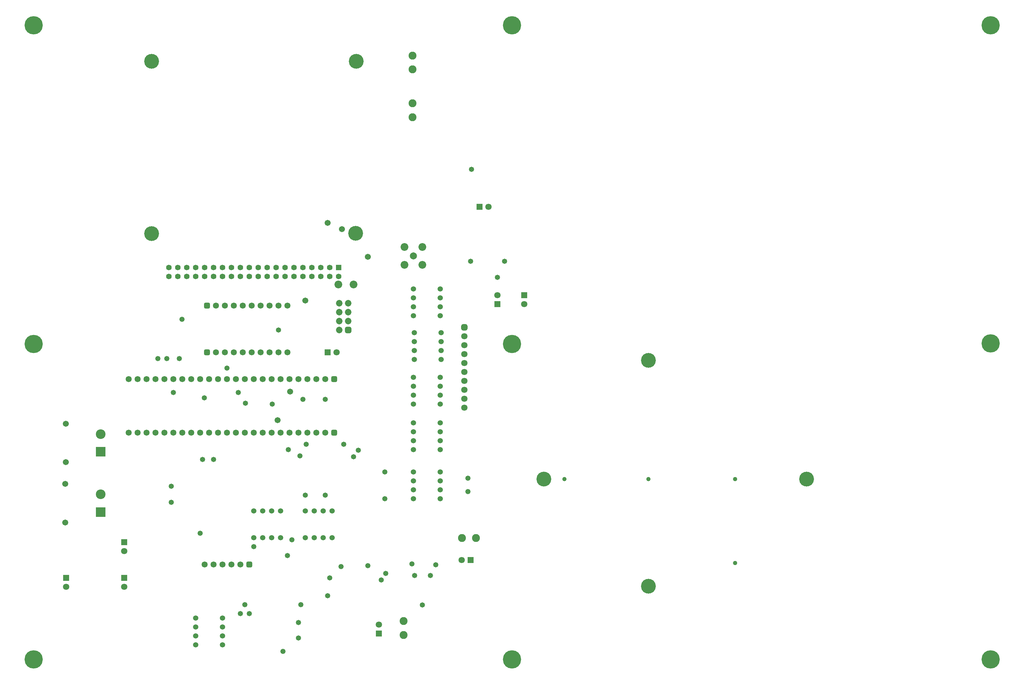
<source format=gbs>
%FSTAX23Y23*%
%MOIN*%
%SFA1B1*%

%IPPOS*%
%AMD52*
4,1,8,-0.036500,0.016200,-0.036500,-0.016200,-0.016200,-0.036500,0.016200,-0.036500,0.036500,-0.016200,0.036500,0.016200,0.016200,0.036500,-0.016200,0.036500,-0.036500,0.016200,0.0*
1,1,0.040480,-0.016200,0.016200*
1,1,0.040480,-0.016200,-0.016200*
1,1,0.040480,0.016200,-0.016200*
1,1,0.040480,0.016200,0.016200*
%
%AMD56*
4,1,8,0.035500,-0.015700,0.035500,0.015700,0.015700,0.035500,-0.015700,0.035500,-0.035500,0.015700,-0.035500,-0.015700,-0.015700,-0.035500,0.015700,-0.035500,0.035500,-0.015700,0.0*
1,1,0.039496,0.015700,-0.015700*
1,1,0.039496,0.015700,0.015700*
1,1,0.039496,-0.015700,0.015700*
1,1,0.039496,-0.015700,-0.015700*
%
%AMD58*
4,1,8,-0.015000,-0.033900,0.015000,-0.033900,0.033900,-0.015000,0.033900,0.015000,0.015000,0.033900,-0.015000,0.033900,-0.033900,0.015000,-0.033900,-0.015000,-0.015000,-0.033900,0.0*
1,1,0.037921,-0.015000,-0.015000*
1,1,0.037921,0.015000,-0.015000*
1,1,0.037921,0.015000,0.015000*
1,1,0.037921,-0.015000,0.015000*
%
%ADD41R,0.108393X0.108393*%
%ADD42C,0.108393*%
%ADD43C,0.067370*%
%ADD44C,0.048000*%
%ADD45C,0.071189*%
%ADD46R,0.071189X0.071189*%
%ADD47R,0.071189X0.071189*%
%ADD48C,0.165480*%
%ADD49C,0.089000*%
%ADD50C,0.059181*%
%ADD51C,0.072960*%
G04~CAMADD=52~8~0.0~0.0~729.6~729.6~202.4~0.0~15~0.0~0.0~0.0~0.0~0~0.0~0.0~0.0~0.0~0~0.0~0.0~0.0~90.0~730.0~730.0*
%ADD52D52*%
%ADD53C,0.079000*%
%ADD54C,0.087000*%
%ADD55C,0.070992*%
G04~CAMADD=56~8~0.0~0.0~709.9~709.9~197.5~0.0~15~0.0~0.0~0.0~0.0~0~0.0~0.0~0.0~0.0~0~0.0~0.0~0.0~270.0~710.0~710.0*
%ADD56D56*%
%ADD57C,0.067842*%
G04~CAMADD=58~8~0.0~0.0~678.4~678.4~189.6~0.0~15~0.0~0.0~0.0~0.0~0~0.0~0.0~0.0~0.0~0~0.0~0.0~0.0~180.0~678.0~678.0*
%ADD58D58*%
%ADD59C,0.062724*%
%ADD60R,0.062724X0.062724*%
%ADD61C,0.058000*%
%ADD62C,0.067055*%
%ADD63C,0.086740*%
%ADD64C,0.204850*%
%LNmain-1*%
%LPD*%
G54D41*
X00913Y02538D03*
X0091Y01863D03*
G54D42*
X00913Y02734D03*
X0091Y0206D03*
G54D43*
X0052Y02853D03*
Y0242D03*
X00516Y01745D03*
Y02178D03*
G54D44*
X0801Y0223D03*
Y0129D03*
X061Y0223D03*
X0704D03*
G54D45*
X0565Y0419D03*
X0525Y0528D03*
X0495Y01325D03*
X0355Y0365D03*
X01175Y01425D03*
Y01025D03*
X00525D03*
X04025Y006D03*
X0535Y0429D03*
G54D46*
X0565Y0429D03*
X01175Y01525D03*
Y01125D03*
X00525D03*
X04025Y005D03*
X0535Y0419D03*
G54D47*
X0515Y0528D03*
X0505Y01325D03*
X0345Y0365D03*
G54D48*
X0704Y0103D03*
Y0356D03*
X0881Y0223D03*
X0587D03*
X0148Y0498D03*
Y0691D03*
X0377D03*
X03765Y04985D03*
G54D49*
X0511Y0157D03*
X04954D03*
X043Y00484D03*
Y0064D03*
X044Y0682D03*
Y06975D03*
Y06284D03*
Y0644D03*
G54D50*
X0471Y0201D03*
Y0211D03*
X0441Y0201D03*
Y0211D03*
X0471Y0231D03*
Y0221D03*
X0441D03*
Y0231D03*
X02925Y01875D03*
X02825D03*
Y01575D03*
X02925D03*
X02725Y01875D03*
X02625D03*
X02725Y01575D03*
X02625D03*
X0471Y0256D03*
Y0266D03*
X0441Y0256D03*
Y0266D03*
X0471Y0286D03*
Y0276D03*
X0441D03*
Y0286D03*
X0471Y0307D03*
Y0317D03*
X0441Y0307D03*
Y0317D03*
X0471Y0337D03*
Y0327D03*
X0441D03*
Y0337D03*
X0472Y0357D03*
Y0367D03*
X0442Y0357D03*
Y0367D03*
X0472Y0387D03*
Y0377D03*
X0442D03*
Y0387D03*
X0471Y0406D03*
Y0416D03*
X0441Y0406D03*
Y0416D03*
X0471Y0436D03*
Y0426D03*
X0441D03*
Y0436D03*
X02275Y00375D03*
Y00475D03*
X01975Y00375D03*
Y00475D03*
X02275Y00675D03*
Y00575D03*
X01975D03*
Y00675D03*
X035Y01875D03*
X034D03*
X035Y01575D03*
X034D03*
X032Y01875D03*
X033D03*
Y01575D03*
X032D03*
G54D51*
X0358Y042D03*
Y041D03*
X0368Y042D03*
Y041D03*
X0358Y039D03*
X0368Y04D03*
X0358D03*
G54D52*
X0368Y039D03*
G54D53*
X0441Y0473D03*
G54D54*
X0431Y0463D03*
X0451D03*
Y0483D03*
X0431D03*
G54D55*
X0498Y0303D03*
Y0313D03*
Y0343D03*
Y0363D03*
Y0383D03*
Y0373D03*
Y0353D03*
Y0333D03*
Y0323D03*
G54D56*
X0498Y0393D03*
G54D57*
X01225Y0335D03*
X01325D03*
X01425D03*
X01525D03*
X01625D03*
X01725D03*
X01825D03*
X02125D03*
X02225D03*
X02325D03*
X02525D03*
X02725D03*
X02825D03*
X03025D03*
X03125D03*
X03225D03*
X03425D03*
X03325D03*
X02925D03*
X02625D03*
X02425D03*
X02025D03*
X01925D03*
X01225Y0275D03*
X01325D03*
X01425D03*
X01525D03*
X01625D03*
X01725D03*
X01825D03*
X02125D03*
X02225D03*
X02325D03*
X02525D03*
X02725D03*
X02825D03*
X03025D03*
X03125D03*
X03225D03*
X03425D03*
X03325D03*
X02925D03*
X02625D03*
X02425D03*
X02025D03*
X01925D03*
X027Y04175D03*
X023D03*
X022D03*
X024D03*
X025D03*
X026D03*
X028D03*
X029D03*
X03D03*
X027Y0365D03*
X023D03*
X022D03*
X024D03*
X025D03*
X026D03*
X028D03*
X029D03*
X03D03*
X02075Y01275D03*
X02175D03*
X02275D03*
X02475D03*
X02375D03*
G54D58*
X03525Y0335D03*
Y0275D03*
X021Y04175D03*
Y0365D03*
X02575Y01275D03*
G54D59*
X01675Y045D03*
Y046D03*
X01775Y045D03*
Y046D03*
X01875Y045D03*
Y046D03*
X01975Y045D03*
Y046D03*
X02075Y045D03*
Y046D03*
X02175Y045D03*
Y046D03*
X02275Y045D03*
Y046D03*
X02375Y045D03*
Y046D03*
X02475Y045D03*
Y046D03*
X02575Y045D03*
Y046D03*
X02675Y045D03*
Y046D03*
X02775Y045D03*
Y046D03*
X02875Y045D03*
Y046D03*
X02975Y045D03*
Y046D03*
X03075Y045D03*
Y046D03*
X03175Y045D03*
Y046D03*
X03275Y045D03*
Y046D03*
X03375Y045D03*
Y046D03*
X03475Y045D03*
Y046D03*
X03575Y045D03*
G54D60*
X03575Y046D03*
G54D61*
X0535Y0449D03*
X0182Y0402D03*
X0506Y057D03*
X0543Y0467D03*
X0505D03*
X029Y039D03*
X0179Y0358D03*
X0155D03*
X0165D03*
X0502Y0209D03*
Y0224D03*
X0409Y0201D03*
Y0231D03*
X017Y0215D03*
Y0197D03*
X0451Y0082D03*
X0207Y0314D03*
X0283Y0307D03*
X0253Y0308D03*
X0374Y0248D03*
X0314Y0249D03*
X0301Y0256D03*
X03795Y02555D03*
X04395Y0128D03*
X0321Y0262D03*
X0363D03*
X039Y0126D03*
X0466Y0127D03*
X0295Y003D03*
X02475Y00725D03*
X03125Y0045D03*
X02575Y00725D03*
X03425Y03125D03*
X03175D03*
X01725Y032D03*
X0245D03*
X04425Y0115D03*
X03475Y01125D03*
X046Y0115D03*
X0405Y011D03*
X041Y01175D03*
X036Y0125D03*
X0305Y0155D03*
X03Y01375D03*
X02025Y01625D03*
X02175Y0245D03*
X0205D03*
X03425Y0205D03*
X032D03*
X02325Y03475D03*
X0345Y00925D03*
X03125Y00625D03*
X0315Y00825D03*
X02625Y01475D03*
X02525Y00825D03*
G54D62*
X032Y0423D03*
X0289Y0289D03*
X0303Y0321D03*
X039Y0472D03*
X0361Y0503D03*
X0345Y051D03*
G54D63*
X0357Y0441D03*
X0374D03*
G54D64*
X05515Y03745D03*
Y0021D03*
Y07315D03*
X1087Y0021D03*
Y07315D03*
Y0375D03*
X0016Y03745D03*
Y07315D03*
Y0021D03*
M02*
</source>
